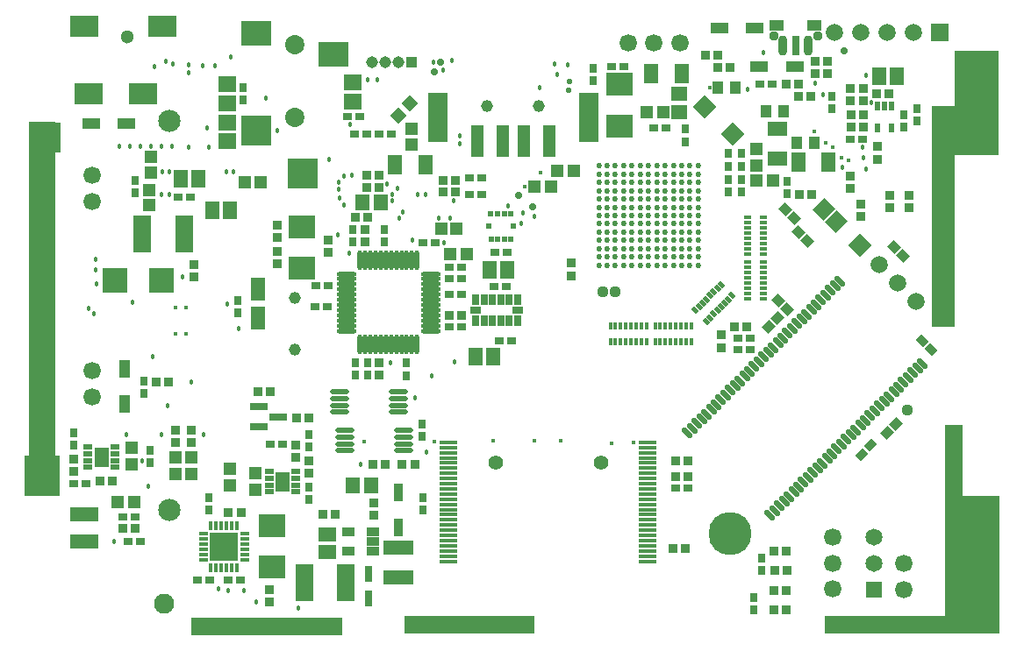
<source format=gts>
%FSLAX25Y25*%
%MOIN*%
G70*
G01*
G75*
G04 Layer_Color=8388736*
%ADD10C,0.00500*%
%ADD11C,0.03000*%
%ADD12C,0.02000*%
%ADD13C,0.01000*%
%ADD14C,0.00800*%
%ADD15C,0.01500*%
%ADD16C,0.00700*%
%ADD17C,0.01200*%
%ADD18C,0.05000*%
%ADD19C,0.02200*%
%ADD20C,0.00600*%
%ADD21C,0.01400*%
%ADD22C,0.01800*%
%ADD23C,0.04000*%
%ADD24C,0.02500*%
%ADD25R,0.02362X0.03150*%
%ADD26R,0.09055X0.09055*%
%ADD27R,0.06299X0.03347*%
%ADD28P,0.05568X4X180.0*%
%ADD29R,0.03937X0.04331*%
%ADD30R,0.03150X0.02362*%
%ADD31R,0.03150X0.02756*%
%ADD32R,0.05118X0.07087*%
%ADD33O,0.06693X0.01378*%
%ADD34R,0.02756X0.03150*%
%ADD35R,0.03937X0.03937*%
%ADD36R,0.10236X0.10236*%
%ADD37O,0.00984X0.03150*%
%ADD38O,0.03150X0.00984*%
%ADD39R,0.09449X0.07874*%
G04:AMPARAMS|DCode=40|XSize=23.62mil|YSize=31.5mil|CornerRadius=0mil|HoleSize=0mil|Usage=FLASHONLY|Rotation=135.000|XOffset=0mil|YOffset=0mil|HoleType=Round|Shape=Rectangle|*
%AMROTATEDRECTD40*
4,1,4,0.01949,0.00278,-0.00278,-0.01949,-0.01949,-0.00278,0.00278,0.01949,0.01949,0.00278,0.0*
%
%ADD40ROTATEDRECTD40*%

G04:AMPARAMS|DCode=41|XSize=23.62mil|YSize=31.5mil|CornerRadius=0mil|HoleSize=0mil|Usage=FLASHONLY|Rotation=225.000|XOffset=0mil|YOffset=0mil|HoleType=Round|Shape=Rectangle|*
%AMROTATEDRECTD41*
4,1,4,-0.00278,0.01949,0.01949,-0.00278,0.00278,-0.01949,-0.01949,0.00278,-0.00278,0.01949,0.0*
%
%ADD41ROTATEDRECTD41*%

%ADD42R,0.05512X0.07284*%
%ADD43R,0.02756X0.01496*%
G04:AMPARAMS|DCode=44|XSize=27.56mil|YSize=31.5mil|CornerRadius=0mil|HoleSize=0mil|Usage=FLASHONLY|Rotation=135.000|XOffset=0mil|YOffset=0mil|HoleType=Round|Shape=Rectangle|*
%AMROTATEDRECTD44*
4,1,4,0.02088,0.00139,-0.00139,-0.02088,-0.02088,-0.00139,0.00139,0.02088,0.02088,0.00139,0.0*
%
%ADD44ROTATEDRECTD44*%

%ADD45C,0.03800*%
G04:AMPARAMS|DCode=46|XSize=15.75mil|YSize=45.28mil|CornerRadius=0mil|HoleSize=0mil|Usage=FLASHONLY|Rotation=225.000|XOffset=0mil|YOffset=0mil|HoleType=Round|Shape=Round|*
%AMOVALD46*
21,1,0.02953,0.01575,0.00000,0.00000,315.0*
1,1,0.01575,-0.01044,0.01044*
1,1,0.01575,0.01044,-0.01044*
%
%ADD46OVALD46*%

G04:AMPARAMS|DCode=47|XSize=27.56mil|YSize=31.5mil|CornerRadius=0mil|HoleSize=0mil|Usage=FLASHONLY|Rotation=225.000|XOffset=0mil|YOffset=0mil|HoleType=Round|Shape=Rectangle|*
%AMROTATEDRECTD47*
4,1,4,-0.00139,0.02088,0.02088,-0.00139,0.00139,-0.02088,-0.02088,0.00139,-0.00139,0.02088,0.0*
%
%ADD47ROTATEDRECTD47*%

%ADD48R,0.01969X0.00984*%
G04:AMPARAMS|DCode=49|XSize=9.84mil|YSize=19.69mil|CornerRadius=0mil|HoleSize=0mil|Usage=FLASHONLY|Rotation=225.000|XOffset=0mil|YOffset=0mil|HoleType=Round|Shape=Rectangle|*
%AMROTATEDRECTD49*
4,1,4,-0.00348,0.01044,0.01044,-0.00348,0.00348,-0.01044,-0.01044,0.00348,-0.00348,0.01044,0.0*
%
%ADD49ROTATEDRECTD49*%

%ADD50R,0.00984X0.01969*%
G04:AMPARAMS|DCode=51|XSize=59.06mil|YSize=51.18mil|CornerRadius=0mil|HoleSize=0mil|Usage=FLASHONLY|Rotation=45.000|XOffset=0mil|YOffset=0mil|HoleType=Round|Shape=Rectangle|*
%AMROTATEDRECTD51*
4,1,4,-0.00278,-0.03897,-0.03897,-0.00278,0.00278,0.03897,0.03897,0.00278,-0.00278,-0.03897,0.0*
%
%ADD51ROTATEDRECTD51*%

%ADD52R,0.03543X0.03937*%
%ADD53R,0.03937X0.03937*%
%ADD54R,0.07087X0.05118*%
%ADD55R,0.05118X0.05906*%
%ADD56R,0.01378X0.02756*%
%ADD57R,0.05118X0.03543*%
%ADD58O,0.02953X0.07087*%
%ADD59R,0.02362X0.07087*%
G04:AMPARAMS|DCode=60|XSize=55.12mil|YSize=59.06mil|CornerRadius=0mil|HoleSize=0mil|Usage=FLASHONLY|Rotation=135.000|XOffset=0mil|YOffset=0mil|HoleType=Round|Shape=Rectangle|*
%AMROTATEDRECTD60*
4,1,4,0.04037,0.00139,-0.00139,-0.04037,-0.04037,-0.00139,0.00139,0.04037,0.04037,0.00139,0.0*
%
%ADD60ROTATEDRECTD60*%

%ADD61R,0.05512X0.04724*%
%ADD62C,0.01496*%
%ADD63R,0.01575X0.01378*%
%ADD64R,0.01378X0.01575*%
%ADD65R,0.04331X0.03937*%
%ADD66R,0.05906X0.05512*%
%ADD67O,0.01181X0.07087*%
%ADD68O,0.07087X0.01181*%
%ADD69R,0.04724X0.07874*%
%ADD70R,0.06299X0.01181*%
%ADD71R,0.03150X0.06299*%
%ADD72R,0.10630X0.05118*%
%ADD73R,0.06299X0.13386*%
%ADD74R,0.04331X0.02559*%
%ADD75R,0.05906X0.05118*%
%ADD76R,0.04724X0.05512*%
%ADD77R,0.05906X0.02362*%
%ADD78R,0.10000X0.05000*%
%ADD79R,0.03347X0.06299*%
%ADD80R,0.11024X0.08661*%
%ADD81R,0.11024X0.11024*%
%ADD82R,0.11024X0.11024*%
%ADD83R,0.10236X0.07874*%
%ADD84R,0.02362X0.03543*%
%ADD85R,0.03543X0.02362*%
%ADD86R,0.04400X0.11300*%
%ADD87R,0.07087X0.18110*%
%ADD88R,0.02165X0.05709*%
%ADD89R,0.10400X0.10600*%
%ADD90R,0.08500X0.10400*%
%ADD91R,0.08800X0.10500*%
%ADD92C,0.03937*%
%ADD93R,0.05906X0.05906*%
%ADD94C,0.05906*%
%ADD95C,0.06000*%
%ADD96C,0.07000*%
%ADD97C,0.07874*%
%ADD98C,0.08661*%
%ADD99C,0.07087*%
%ADD100R,0.05906X0.05906*%
%ADD101C,0.15748*%
%ADD102P,0.08352X4X360.0*%
%ADD103C,0.03150*%
%ADD104C,0.05000*%
%ADD105C,0.06693*%
%ADD106C,0.04724*%
%ADD107C,0.02000*%
%ADD108C,0.03000*%
%ADD109C,0.01800*%
%ADD110C,0.02500*%
%ADD111C,0.02598*%
%ADD112C,0.02300*%
%ADD113C,0.00787*%
%ADD114C,0.04400*%
%ADD115R,0.11600X0.03000*%
%ADD116R,0.02600X0.03000*%
%ADD117C,0.04359*%
%ADD118C,0.05816*%
%ADD119C,0.05343*%
%ADD120C,0.05300*%
%ADD121C,0.10068*%
%ADD122C,0.07706*%
%ADD123C,0.05343*%
%ADD124C,0.06524*%
%ADD125C,0.06800*%
%ADD126C,0.08493*%
%ADD127C,0.06918*%
%ADD128C,0.02800*%
%ADD129C,0.03300*%
%ADD130C,0.02600*%
%ADD131C,0.00400*%
%ADD132R,0.02700X0.03000*%
%ADD133R,0.11500X0.03000*%
%ADD134C,0.03099*%
%ADD135C,0.03099*%
%ADD136C,0.02400*%
%ADD137R,0.06693X0.08661*%
%ADD138R,0.18701X0.05000*%
%ADD139O,0.18701X0.05000*%
G04:AMPARAMS|DCode=140|XSize=59.06mil|YSize=51.18mil|CornerRadius=0mil|HoleSize=0mil|Usage=FLASHONLY|Rotation=315.000|XOffset=0mil|YOffset=0mil|HoleType=Round|Shape=Rectangle|*
%AMROTATEDRECTD140*
4,1,4,-0.03897,0.00278,-0.00278,0.03897,0.03897,-0.00278,0.00278,-0.03897,-0.03897,0.00278,0.0*
%
%ADD140ROTATEDRECTD140*%

%ADD141R,0.07874X0.05709*%
%ADD142R,0.05906X0.03150*%
%ADD143R,0.01654X0.01654*%
%ADD144R,0.03937X0.03150*%
%ADD145R,0.05118X0.07480*%
%ADD146R,0.18110X0.07087*%
%ADD147R,0.11300X0.04400*%
%ADD148O,0.01378X0.06693*%
%ADD149R,0.01575X0.01969*%
%ADD150R,0.03347X0.01575*%
%ADD151R,0.06299X0.03150*%
%ADD152R,0.01181X0.05118*%
%ADD153R,0.07087X0.08661*%
%ADD154R,0.07087X0.07874*%
%ADD155R,0.06299X0.11811*%
%ADD156R,0.11811X0.06299*%
%ADD157R,0.01969X0.09843*%
%ADD158R,0.06693X0.07874*%
%ADD159R,0.23700X0.08500*%
%ADD160R,0.52500X0.10600*%
%ADD161O,0.03937X0.09843*%
%ADD162R,0.03937X0.09843*%
%ADD163C,0.00984*%
%ADD164C,0.02362*%
%ADD165C,0.00394*%
%ADD166R,0.07874X0.04724*%
%ADD167R,0.08500X0.24000*%
%ADD168R,0.07500X0.28000*%
%ADD169R,0.07500X0.25200*%
%ADD170R,0.04921X0.01181*%
%ADD171R,0.04921X0.01378*%
%ADD172R,0.01378X0.01181*%
%ADD173R,0.01181X0.01378*%
%ADD174R,0.02264X0.03445*%
%ADD175R,0.03445X0.02264*%
%ADD176R,0.15200X0.14100*%
%ADD177R,0.09000X0.09500*%
%ADD178R,0.17795X0.13307*%
%ADD179R,0.09000X0.75100*%
%ADD180R,0.13200X0.15300*%
%ADD181R,0.10100X1.05300*%
%ADD182R,0.10100X0.23300*%
%ADD183R,0.12300X0.11600*%
%ADD184R,0.57800X0.07000*%
%ADD185R,0.49200X0.07000*%
%ADD186R,0.07000X0.79000*%
%ADD187R,0.18898X0.39764*%
%ADD188R,0.16929X0.26772*%
%ADD189R,0.02992X0.03780*%
%ADD190R,0.09685X0.09685*%
%ADD191R,0.06929X0.03976*%
%ADD192P,0.06459X4X180.0*%
%ADD193R,0.04567X0.04961*%
%ADD194R,0.03780X0.02992*%
%ADD195R,0.03780X0.03386*%
%ADD196R,0.05748X0.07717*%
%ADD197O,0.07323X0.02008*%
%ADD198R,0.03386X0.03780*%
%ADD199R,0.04567X0.04567*%
%ADD200R,0.10866X0.10866*%
%ADD201O,0.01614X0.03780*%
%ADD202O,0.03780X0.01614*%
%ADD203R,0.10079X0.08504*%
G04:AMPARAMS|DCode=204|XSize=29.92mil|YSize=37.8mil|CornerRadius=0mil|HoleSize=0mil|Usage=FLASHONLY|Rotation=135.000|XOffset=0mil|YOffset=0mil|HoleType=Round|Shape=Rectangle|*
%AMROTATEDRECTD204*
4,1,4,0.02394,0.00278,-0.00278,-0.02394,-0.02394,-0.00278,0.00278,0.02394,0.02394,0.00278,0.0*
%
%ADD204ROTATEDRECTD204*%

G04:AMPARAMS|DCode=205|XSize=29.92mil|YSize=37.8mil|CornerRadius=0mil|HoleSize=0mil|Usage=FLASHONLY|Rotation=225.000|XOffset=0mil|YOffset=0mil|HoleType=Round|Shape=Rectangle|*
%AMROTATEDRECTD205*
4,1,4,-0.00278,0.02394,0.02394,-0.00278,0.00278,-0.02394,-0.02394,0.00278,-0.00278,0.02394,0.0*
%
%ADD205ROTATEDRECTD205*%

%ADD206R,0.05669X0.07441*%
%ADD207R,0.03347X0.02087*%
G04:AMPARAMS|DCode=208|XSize=33.86mil|YSize=37.8mil|CornerRadius=0mil|HoleSize=0mil|Usage=FLASHONLY|Rotation=135.000|XOffset=0mil|YOffset=0mil|HoleType=Round|Shape=Rectangle|*
%AMROTATEDRECTD208*
4,1,4,0.02533,0.00139,-0.00139,-0.02533,-0.02533,-0.00139,0.00139,0.02533,0.02533,0.00139,0.0*
%
%ADD208ROTATEDRECTD208*%

%ADD209C,0.04430*%
G04:AMPARAMS|DCode=210|XSize=22.05mil|YSize=51.58mil|CornerRadius=0mil|HoleSize=0mil|Usage=FLASHONLY|Rotation=225.000|XOffset=0mil|YOffset=0mil|HoleType=Round|Shape=Round|*
%AMOVALD210*
21,1,0.02953,0.02205,0.00000,0.00000,315.0*
1,1,0.02205,-0.01044,0.01044*
1,1,0.02205,0.01044,-0.01044*
%
%ADD210OVALD210*%

G04:AMPARAMS|DCode=211|XSize=33.86mil|YSize=37.8mil|CornerRadius=0mil|HoleSize=0mil|Usage=FLASHONLY|Rotation=225.000|XOffset=0mil|YOffset=0mil|HoleType=Round|Shape=Rectangle|*
%AMROTATEDRECTD211*
4,1,4,-0.00139,0.02533,0.02533,-0.00139,0.00139,-0.02533,-0.02533,0.00139,-0.00139,0.02533,0.0*
%
%ADD211ROTATEDRECTD211*%

%ADD212R,0.02598X0.01614*%
G04:AMPARAMS|DCode=213|XSize=16.14mil|YSize=25.98mil|CornerRadius=0mil|HoleSize=0mil|Usage=FLASHONLY|Rotation=225.000|XOffset=0mil|YOffset=0mil|HoleType=Round|Shape=Rectangle|*
%AMROTATEDRECTD213*
4,1,4,-0.00348,0.01489,0.01489,-0.00348,0.00348,-0.01489,-0.01489,0.00348,-0.00348,0.01489,0.0*
%
%ADD213ROTATEDRECTD213*%

%ADD214R,0.01614X0.02598*%
G04:AMPARAMS|DCode=215|XSize=65.35mil|YSize=57.48mil|CornerRadius=0mil|HoleSize=0mil|Usage=FLASHONLY|Rotation=45.000|XOffset=0mil|YOffset=0mil|HoleType=Round|Shape=Rectangle|*
%AMROTATEDRECTD215*
4,1,4,-0.00278,-0.04343,-0.04343,-0.00278,0.00278,0.04343,0.04343,0.00278,-0.00278,-0.04343,0.0*
%
%ADD215ROTATEDRECTD215*%

%ADD216R,0.04173X0.04567*%
%ADD217R,0.04567X0.04567*%
%ADD218R,0.07717X0.05748*%
%ADD219R,0.05748X0.06535*%
%ADD220R,0.02008X0.03386*%
%ADD221R,0.05748X0.04173*%
%ADD222O,0.03583X0.07717*%
%ADD223R,0.02992X0.07717*%
G04:AMPARAMS|DCode=224|XSize=61.42mil|YSize=65.35mil|CornerRadius=0mil|HoleSize=0mil|Usage=FLASHONLY|Rotation=135.000|XOffset=0mil|YOffset=0mil|HoleType=Round|Shape=Rectangle|*
%AMROTATEDRECTD224*
4,1,4,0.04482,0.00139,-0.00139,-0.04482,-0.04482,-0.00139,0.00139,0.04482,0.04482,0.00139,0.0*
%
%ADD224ROTATEDRECTD224*%

%ADD225R,0.06142X0.05354*%
%ADD226C,0.02087*%
%ADD227R,0.02126X0.01929*%
%ADD228R,0.01929X0.02126*%
%ADD229R,0.04961X0.04567*%
%ADD230R,0.06535X0.06142*%
%ADD231O,0.01811X0.07717*%
%ADD232O,0.07717X0.01811*%
%ADD233R,0.05354X0.08504*%
%ADD234R,0.06929X0.01811*%
%ADD235R,0.03780X0.06929*%
%ADD236R,0.11260X0.05748*%
%ADD237R,0.06929X0.14016*%
%ADD238R,0.04961X0.03189*%
%ADD239R,0.06535X0.05748*%
%ADD240R,0.05354X0.06142*%
%ADD241R,0.06535X0.02992*%
%ADD242R,0.10630X0.05630*%
%ADD243R,0.03976X0.06929*%
%ADD244R,0.11654X0.09291*%
%ADD245R,0.11654X0.11654*%
%ADD246R,0.11654X0.11654*%
%ADD247R,0.10630X0.08268*%
%ADD248R,0.02756X0.03937*%
%ADD249R,0.03937X0.02756*%
%ADD250R,0.05030X0.11930*%
%ADD251R,0.07717X0.18740*%
%ADD252R,0.02795X0.06339*%
%ADD253C,0.04488*%
%ADD254R,0.04488X0.04488*%
%ADD255R,0.06457X0.06457*%
%ADD256C,0.06457*%
%ADD257C,0.06630*%
%ADD258C,0.07630*%
%ADD259C,0.08425*%
%ADD260C,0.09291*%
%ADD261C,0.07717*%
%ADD262R,0.06535X0.06535*%
%ADD263C,0.06535*%
%ADD264C,0.04567*%
%ADD265C,0.16378*%
%ADD266P,0.09242X4X360.0*%
%ADD267C,0.03780*%
%ADD268C,0.05591*%
%ADD269C,0.07323*%
%ADD270C,0.05118*%
%ADD271C,0.03228*%
%ADD272C,0.01600*%
%ADD273C,0.02100*%
D109*
X288600Y207100D02*
D03*
X285700Y211400D02*
D03*
X106700Y176200D02*
D03*
X104750Y173700D02*
D03*
X132600Y151750D02*
D03*
X142850Y160050D02*
D03*
X146900D02*
D03*
X41800Y218700D02*
D03*
X34700Y217800D02*
D03*
X52900Y218200D02*
D03*
X47600Y187000D02*
D03*
X47800Y218500D02*
D03*
Y215500D02*
D03*
X11536Y123764D02*
D03*
X9700Y125600D02*
D03*
X12700Y135200D02*
D03*
X115800Y212700D02*
D03*
X119500D02*
D03*
X26500Y128200D02*
D03*
X260100Y209200D02*
D03*
X144400Y216400D02*
D03*
X148400Y166700D02*
D03*
X12264Y144236D02*
D03*
X12300Y140500D02*
D03*
X57600Y218200D02*
D03*
X55200Y187100D02*
D03*
X48800Y97700D02*
D03*
X89400Y11600D02*
D03*
X140000Y100200D02*
D03*
X124280Y105020D02*
D03*
X37200Y77800D02*
D03*
X53300D02*
D03*
X38900Y219600D02*
D03*
X59100Y19100D02*
D03*
X68800Y18400D02*
D03*
X62638Y18462D02*
D03*
X133600Y91600D02*
D03*
X112900Y66500D02*
D03*
X305000Y214300D02*
D03*
X39700Y88700D02*
D03*
X29900Y67800D02*
D03*
X24100Y77600D02*
D03*
X144787Y150787D02*
D03*
X76900Y205800D02*
D03*
X41500Y187500D02*
D03*
X37500D02*
D03*
X33500D02*
D03*
X29500D02*
D03*
X25500D02*
D03*
X21500D02*
D03*
X307100Y203900D02*
D03*
X64700Y177700D02*
D03*
X62100D02*
D03*
X40500Y177600D02*
D03*
X40300Y168900D02*
D03*
X266100Y222973D02*
D03*
X173900Y158200D02*
D03*
X179000Y160800D02*
D03*
X138100Y70900D02*
D03*
X45300Y137800D02*
D03*
X66600Y118200D02*
D03*
X62300Y127400D02*
D03*
X34000Y107500D02*
D03*
X303800Y187000D02*
D03*
X63600Y221500D02*
D03*
X81477Y193323D02*
D03*
X169100Y164800D02*
D03*
X304100Y183100D02*
D03*
X304910Y178810D02*
D03*
X180900Y209600D02*
D03*
X295900Y179500D02*
D03*
X123100Y173000D02*
D03*
X127000Y171300D02*
D03*
X127700Y160100D02*
D03*
X106700Y165200D02*
D03*
X109800Y176300D02*
D03*
X124900Y169100D02*
D03*
Y166600D02*
D03*
X129000Y162300D02*
D03*
X137800Y169100D02*
D03*
X134800Y168900D02*
D03*
X104900Y167800D02*
D03*
X104700Y170900D02*
D03*
X150700Y188300D02*
D03*
X150816Y191384D02*
D03*
X140762Y219262D02*
D03*
X147600Y220000D02*
D03*
X108600Y146700D02*
D03*
X100900Y182300D02*
D03*
X174800Y162200D02*
D03*
X104400Y153700D02*
D03*
X186700Y218800D02*
D03*
X191700Y218500D02*
D03*
X187600Y214600D02*
D03*
X108900Y195600D02*
D03*
X37300Y168900D02*
D03*
X37700Y177600D02*
D03*
X73238Y14038D02*
D03*
X148800Y105500D02*
D03*
X32400Y57900D02*
D03*
X54700Y194400D02*
D03*
X19500Y36900D02*
D03*
D112*
X192200Y212000D02*
D03*
X192100Y208800D02*
D03*
D128*
X143500Y219400D02*
D03*
X178500Y164500D02*
D03*
X172900Y168700D02*
D03*
X141100Y215600D02*
D03*
X296850Y223622D02*
D03*
D176*
X348100Y47250D02*
D03*
D177*
X334500Y123250D02*
D03*
D178*
X346575Y190709D02*
D03*
D179*
X334500Y165450D02*
D03*
D180*
X-8100Y62050D02*
D03*
D181*
X-8050Y120650D02*
D03*
D182*
Y184950D02*
D03*
D183*
X-6950Y190800D02*
D03*
D184*
X77200Y4800D02*
D03*
D185*
X154400Y5500D02*
D03*
X314100Y5300D02*
D03*
D186*
X338400Y41900D02*
D03*
D187*
X346457Y21850D02*
D03*
D188*
X347047Y210236D02*
D03*
D189*
X292000Y201638D02*
D03*
Y206362D02*
D03*
X55500Y49138D02*
D03*
Y53862D02*
D03*
X93500Y77862D02*
D03*
Y73138D02*
D03*
Y53138D02*
D03*
Y57862D02*
D03*
X274902Y174153D02*
D03*
Y169429D02*
D03*
X257776Y179862D02*
D03*
Y184587D02*
D03*
X252658Y179862D02*
D03*
Y184587D02*
D03*
X257776Y174744D02*
D03*
Y170020D02*
D03*
X252658Y174744D02*
D03*
Y170020D02*
D03*
X319500Y199362D02*
D03*
Y194638D02*
D03*
X324500Y201762D02*
D03*
Y197038D02*
D03*
X236516Y193937D02*
D03*
Y189213D02*
D03*
X122146Y155807D02*
D03*
Y151083D02*
D03*
X109941Y155807D02*
D03*
Y151083D02*
D03*
X66500Y124138D02*
D03*
Y128862D02*
D03*
X136811Y53740D02*
D03*
Y49016D02*
D03*
X136500Y77038D02*
D03*
Y81762D02*
D03*
X33000Y67138D02*
D03*
Y71862D02*
D03*
X4000Y73638D02*
D03*
Y78362D02*
D03*
X30600Y93338D02*
D03*
Y98062D02*
D03*
X68400Y209662D02*
D03*
Y204938D02*
D03*
X130512Y100197D02*
D03*
Y104921D02*
D03*
X115551Y100295D02*
D03*
Y105020D02*
D03*
X111122Y100295D02*
D03*
Y105020D02*
D03*
X262300Y15862D02*
D03*
Y11138D02*
D03*
X265500Y30862D02*
D03*
Y26138D02*
D03*
X201500Y212438D02*
D03*
Y217162D02*
D03*
X27300Y174462D02*
D03*
Y169738D02*
D03*
D190*
X19642Y136500D02*
D03*
X37358D02*
D03*
D191*
X249307Y232500D02*
D03*
X262693D02*
D03*
X277893Y217600D02*
D03*
X264507D02*
D03*
X24193Y196000D02*
D03*
X10807D02*
D03*
D192*
X131827Y203627D02*
D03*
X127373Y199173D02*
D03*
D193*
X132200Y193953D02*
D03*
Y188047D02*
D03*
X33300Y183453D02*
D03*
Y177547D02*
D03*
X32600Y170853D02*
D03*
Y164947D02*
D03*
D194*
X120038Y192200D02*
D03*
X124762D02*
D03*
X115362D02*
D03*
X110638D02*
D03*
X159062Y175500D02*
D03*
X154338D02*
D03*
X158962Y169000D02*
D03*
X154238D02*
D03*
X62638Y22400D02*
D03*
X67362D02*
D03*
X50938D02*
D03*
X55662D02*
D03*
X78638Y74000D02*
D03*
X83362D02*
D03*
X232776Y57284D02*
D03*
X237500D02*
D03*
X256201Y110079D02*
D03*
X260925D02*
D03*
X256201Y114409D02*
D03*
X260925D02*
D03*
X299138Y190000D02*
D03*
X303862D02*
D03*
X264638Y210900D02*
D03*
X269362D02*
D03*
X224311Y194331D02*
D03*
X229035D02*
D03*
X151378Y141437D02*
D03*
X146653D02*
D03*
X151378Y137106D02*
D03*
X146653D02*
D03*
X151378Y118602D02*
D03*
X146653D02*
D03*
X151378Y130905D02*
D03*
X146653D02*
D03*
X168862Y147000D02*
D03*
X164138D02*
D03*
X107938Y198600D02*
D03*
X112662D02*
D03*
X136614Y150787D02*
D03*
X141339D02*
D03*
X95866Y134252D02*
D03*
X100591D02*
D03*
X95768Y126476D02*
D03*
X100492D02*
D03*
X29465Y37008D02*
D03*
X24741D02*
D03*
X27362Y46500D02*
D03*
X22638D02*
D03*
X4138Y59000D02*
D03*
X8862D02*
D03*
X43638Y168000D02*
D03*
X48362D02*
D03*
X165738Y113400D02*
D03*
X170462D02*
D03*
X168362Y134000D02*
D03*
X163638D02*
D03*
X208238Y217600D02*
D03*
X212962D02*
D03*
D195*
X144438Y174500D02*
D03*
X149162D02*
D03*
X144438Y170200D02*
D03*
X149162D02*
D03*
X62838Y48200D02*
D03*
X67562D02*
D03*
X231638Y34500D02*
D03*
X236362D02*
D03*
X237500Y61811D02*
D03*
X232776D02*
D03*
X232738Y67618D02*
D03*
X237463D02*
D03*
X255020Y118740D02*
D03*
X259744D02*
D03*
X279626Y169035D02*
D03*
X284350D02*
D03*
X313862Y207500D02*
D03*
X309138D02*
D03*
X283962Y206400D02*
D03*
X279238D02*
D03*
X279262Y210900D02*
D03*
X274538D02*
D03*
X248738Y217500D02*
D03*
X253462D02*
D03*
X244138Y222000D02*
D03*
X248862D02*
D03*
X151378Y123130D02*
D03*
X146653D02*
D03*
X128838Y66500D02*
D03*
X133562D02*
D03*
X98638Y47500D02*
D03*
X103362D02*
D03*
X117638Y66500D02*
D03*
X122362D02*
D03*
X88638Y84000D02*
D03*
X93362D02*
D03*
X74138Y94200D02*
D03*
X78862D02*
D03*
X27362Y42000D02*
D03*
X22638D02*
D03*
X18862Y60000D02*
D03*
X14138D02*
D03*
X40162Y97800D02*
D03*
X35438D02*
D03*
X274762Y11000D02*
D03*
X270038D02*
D03*
X274762Y18300D02*
D03*
X270038D02*
D03*
X270238Y26000D02*
D03*
X274962D02*
D03*
X274862Y33300D02*
D03*
X270138D02*
D03*
X115762Y160300D02*
D03*
X111038D02*
D03*
D196*
X126191Y180300D02*
D03*
X137609D02*
D03*
X290846Y181240D02*
D03*
X279429D02*
D03*
X223491Y215200D02*
D03*
X234909D02*
D03*
D197*
X105079Y93939D02*
D03*
Y91379D02*
D03*
Y88820D02*
D03*
Y86261D02*
D03*
X127521Y93939D02*
D03*
Y91379D02*
D03*
Y88820D02*
D03*
Y86261D02*
D03*
X106980Y79339D02*
D03*
Y76780D02*
D03*
Y74221D02*
D03*
Y71661D02*
D03*
X129420Y79339D02*
D03*
Y76780D02*
D03*
Y74221D02*
D03*
Y71661D02*
D03*
D198*
X48600Y74638D02*
D03*
Y79362D02*
D03*
X42600Y74638D02*
D03*
Y79362D02*
D03*
X93500Y63138D02*
D03*
Y67862D02*
D03*
X88500Y69138D02*
D03*
Y73862D02*
D03*
X249902Y110866D02*
D03*
Y115591D02*
D03*
X193110Y138189D02*
D03*
Y142913D02*
D03*
X303000Y160638D02*
D03*
Y165362D02*
D03*
X299000Y209362D02*
D03*
Y204638D02*
D03*
X304000Y204638D02*
D03*
Y209362D02*
D03*
X304100Y199462D02*
D03*
Y194738D02*
D03*
X299400Y194738D02*
D03*
Y199462D02*
D03*
X290400Y219762D02*
D03*
Y215038D02*
D03*
X285700Y219762D02*
D03*
Y215038D02*
D03*
X114567Y155807D02*
D03*
Y151083D02*
D03*
X100689Y147047D02*
D03*
Y151772D02*
D03*
X81299Y142717D02*
D03*
Y147441D02*
D03*
X81299Y157382D02*
D03*
Y152657D02*
D03*
X118000Y47138D02*
D03*
Y51862D02*
D03*
X4000Y68362D02*
D03*
Y63638D02*
D03*
X49800Y137638D02*
D03*
Y142362D02*
D03*
X120079Y105020D02*
D03*
Y100295D02*
D03*
X314000Y168762D02*
D03*
Y164038D02*
D03*
X321200Y168762D02*
D03*
Y164038D02*
D03*
X299000Y175962D02*
D03*
Y171238D02*
D03*
X309300Y182538D02*
D03*
Y187262D02*
D03*
X119900Y171638D02*
D03*
Y176362D02*
D03*
X115500Y171638D02*
D03*
Y176362D02*
D03*
X78300Y18762D02*
D03*
Y14038D02*
D03*
D199*
X42700Y69150D02*
D03*
Y62850D02*
D03*
X48600Y69150D02*
D03*
Y62850D02*
D03*
X63500Y64650D02*
D03*
Y58350D02*
D03*
X73000Y63150D02*
D03*
Y56850D02*
D03*
X263484Y180157D02*
D03*
Y186457D02*
D03*
X26000Y72650D02*
D03*
Y66350D02*
D03*
D200*
X61100Y35100D02*
D03*
D201*
X56179Y42974D02*
D03*
X58147D02*
D03*
X60116D02*
D03*
X62084D02*
D03*
X64053D02*
D03*
X66021D02*
D03*
Y27226D02*
D03*
X64053D02*
D03*
X62084D02*
D03*
X60116D02*
D03*
X58147D02*
D03*
X56179D02*
D03*
D202*
X68974Y40021D02*
D03*
Y38053D02*
D03*
Y36084D02*
D03*
Y34116D02*
D03*
Y32147D02*
D03*
Y30179D02*
D03*
X53226D02*
D03*
Y32147D02*
D03*
Y34116D02*
D03*
Y36084D02*
D03*
Y38053D02*
D03*
Y40021D02*
D03*
D203*
X79400Y43000D02*
D03*
Y27252D02*
D03*
X211500Y210900D02*
D03*
Y195152D02*
D03*
X90847Y156693D02*
D03*
Y140945D02*
D03*
D204*
X306670Y73570D02*
D03*
X303330Y70230D02*
D03*
D205*
X326230Y113470D02*
D03*
X329570Y110130D02*
D03*
D206*
X83382Y59839D02*
D03*
X14618Y69161D02*
D03*
D207*
X78264Y63677D02*
D03*
Y61118D02*
D03*
Y58559D02*
D03*
Y56000D02*
D03*
X88500Y63677D02*
D03*
Y61118D02*
D03*
Y58559D02*
D03*
Y56000D02*
D03*
X9500Y73000D02*
D03*
Y70441D02*
D03*
Y67882D02*
D03*
Y65323D02*
D03*
X19736Y73000D02*
D03*
Y70441D02*
D03*
Y67882D02*
D03*
Y65323D02*
D03*
D208*
X313192Y78487D02*
D03*
X316532Y81828D02*
D03*
X271257Y121985D02*
D03*
X267916Y118645D02*
D03*
D209*
X320700Y87200D02*
D03*
X209800Y131900D02*
D03*
X204900D02*
D03*
D210*
X268498Y46963D02*
D03*
X270308Y48773D02*
D03*
X272117Y50582D02*
D03*
X273927Y52392D02*
D03*
X275736Y54201D02*
D03*
X277546Y56011D02*
D03*
X279355Y57820D02*
D03*
X281165Y59630D02*
D03*
X282975Y61439D02*
D03*
X284784Y63249D02*
D03*
X286594Y65058D02*
D03*
X288403Y66868D02*
D03*
X290213Y68677D02*
D03*
X292022Y70487D02*
D03*
X293832Y72296D02*
D03*
X295641Y74106D02*
D03*
X297451Y75915D02*
D03*
X299260Y77725D02*
D03*
X301070Y79535D02*
D03*
X302879Y81344D02*
D03*
X304689Y83153D02*
D03*
X306498Y84963D02*
D03*
X308308Y86773D02*
D03*
X310117Y88582D02*
D03*
X311927Y90392D02*
D03*
X313736Y92201D02*
D03*
X315546Y94011D02*
D03*
X317355Y95820D02*
D03*
X319165Y97630D02*
D03*
X320974Y99439D02*
D03*
X322784Y101249D02*
D03*
X324594Y103058D02*
D03*
X326403Y104868D02*
D03*
X237180Y78282D02*
D03*
X238989Y80091D02*
D03*
X240799Y81901D02*
D03*
X242608Y83710D02*
D03*
X244418Y85520D02*
D03*
X246227Y87329D02*
D03*
X248037Y89139D02*
D03*
X249846Y90948D02*
D03*
X251656Y92758D02*
D03*
X253465Y94568D02*
D03*
X255275Y96377D02*
D03*
X257084Y98186D02*
D03*
X258894Y99996D02*
D03*
X260703Y101806D02*
D03*
X262513Y103615D02*
D03*
X264322Y105425D02*
D03*
X266132Y107234D02*
D03*
X267941Y109044D02*
D03*
X269751Y110853D02*
D03*
X271561Y112663D02*
D03*
X273370Y114472D02*
D03*
X275180Y116282D02*
D03*
X276989Y118091D02*
D03*
X278799Y119901D02*
D03*
X280608Y121710D02*
D03*
X282418Y123520D02*
D03*
X284227Y125329D02*
D03*
X286037Y127139D02*
D03*
X287846Y128948D02*
D03*
X289656Y130758D02*
D03*
X291465Y132568D02*
D03*
X293275Y134377D02*
D03*
X295084Y136187D02*
D03*
D211*
X275194Y125338D02*
D03*
X271853Y128678D02*
D03*
X282674Y151322D02*
D03*
X279334Y154662D02*
D03*
X277556Y159983D02*
D03*
X274216Y163324D02*
D03*
X315830Y149170D02*
D03*
X319170Y145830D02*
D03*
D212*
X260005Y129484D02*
D03*
Y131453D02*
D03*
Y133421D02*
D03*
Y135390D02*
D03*
Y137358D02*
D03*
Y139327D02*
D03*
Y141295D02*
D03*
Y143264D02*
D03*
X265910D02*
D03*
Y141295D02*
D03*
Y139327D02*
D03*
Y137358D02*
D03*
Y135390D02*
D03*
Y133421D02*
D03*
Y131453D02*
D03*
Y129484D02*
D03*
X260005Y146484D02*
D03*
Y148453D02*
D03*
Y150421D02*
D03*
Y152390D02*
D03*
Y154358D02*
D03*
Y156327D02*
D03*
Y158295D02*
D03*
Y160264D02*
D03*
X265910D02*
D03*
Y158295D02*
D03*
Y156327D02*
D03*
Y154358D02*
D03*
Y152390D02*
D03*
Y150421D02*
D03*
Y148453D02*
D03*
Y146484D02*
D03*
D213*
X240186Y125011D02*
D03*
X241578Y126403D02*
D03*
X242970Y127795D02*
D03*
X244362Y129187D02*
D03*
X245754Y130579D02*
D03*
X247146Y131971D02*
D03*
X248538Y133363D02*
D03*
X249930Y134755D02*
D03*
X254105Y130579D02*
D03*
X252713Y129187D02*
D03*
X251322Y127795D02*
D03*
X249930Y126403D02*
D03*
X248538Y125011D02*
D03*
X247146Y123619D02*
D03*
X245754Y122228D02*
D03*
X244362Y120835D02*
D03*
D214*
X224893Y118976D02*
D03*
X226861D02*
D03*
X228830D02*
D03*
X230798D02*
D03*
X232767D02*
D03*
X234735D02*
D03*
X236704D02*
D03*
X238672D02*
D03*
Y113070D02*
D03*
X236704D02*
D03*
X234735D02*
D03*
X232767D02*
D03*
X230798D02*
D03*
X228830D02*
D03*
X226861D02*
D03*
X224893D02*
D03*
X207893Y118976D02*
D03*
X209861D02*
D03*
X211830D02*
D03*
X213798D02*
D03*
X215767D02*
D03*
X217735D02*
D03*
X219704D02*
D03*
X221672D02*
D03*
Y113070D02*
D03*
X219704D02*
D03*
X217735D02*
D03*
X215767D02*
D03*
X213798D02*
D03*
X211830D02*
D03*
X209861D02*
D03*
X207893D02*
D03*
D215*
X288874Y163429D02*
D03*
X293606Y158697D02*
D03*
D216*
X285335Y188819D02*
D03*
X278642D02*
D03*
X267028Y200630D02*
D03*
X273721D02*
D03*
X255512Y209784D02*
D03*
X248819D02*
D03*
D217*
X263484Y174252D02*
D03*
X269783D02*
D03*
X221650Y200400D02*
D03*
X227950D02*
D03*
X193950Y178100D02*
D03*
X187650D02*
D03*
X185250Y172000D02*
D03*
X178950D02*
D03*
X147146Y146555D02*
D03*
X153445D02*
D03*
X20850Y52000D02*
D03*
X27150D02*
D03*
D218*
X271358Y182618D02*
D03*
Y194035D02*
D03*
D219*
X316846Y214000D02*
D03*
X310154D02*
D03*
X162153Y140500D02*
D03*
X168846D02*
D03*
X56753Y163000D02*
D03*
X63446D02*
D03*
X51346Y175000D02*
D03*
X44653D02*
D03*
X163347Y107400D02*
D03*
X156653D02*
D03*
D220*
X314559Y202634D02*
D03*
X312000D02*
D03*
X309441D02*
D03*
Y194366D02*
D03*
X314559D02*
D03*
D221*
X270965Y233477D02*
D03*
X285531D02*
D03*
D222*
X283071Y225800D02*
D03*
X273425D02*
D03*
D223*
X278248D02*
D03*
D224*
X243653Y202547D02*
D03*
X254232Y191969D02*
D03*
D225*
X234154Y207323D02*
D03*
Y200236D02*
D03*
D226*
X203543Y179961D02*
D03*
X206693D02*
D03*
X209842D02*
D03*
X212992D02*
D03*
X216142D02*
D03*
X219291D02*
D03*
X222441D02*
D03*
X225591D02*
D03*
X228740D02*
D03*
X231890D02*
D03*
X235039D02*
D03*
X238189D02*
D03*
X241339D02*
D03*
X203543Y176811D02*
D03*
X206693D02*
D03*
X209842D02*
D03*
X212992D02*
D03*
X216142D02*
D03*
X219291D02*
D03*
X222441D02*
D03*
X225591D02*
D03*
X228740D02*
D03*
X231890D02*
D03*
X235039D02*
D03*
X238189D02*
D03*
X241339D02*
D03*
X203543Y173661D02*
D03*
X206693D02*
D03*
X209842D02*
D03*
X212992D02*
D03*
X216142D02*
D03*
X219291D02*
D03*
X222441D02*
D03*
X225591D02*
D03*
X228740D02*
D03*
X231890D02*
D03*
X235039D02*
D03*
X238189D02*
D03*
X241339D02*
D03*
X203543Y170512D02*
D03*
X206693D02*
D03*
X209842D02*
D03*
X212992D02*
D03*
X216142D02*
D03*
X219291D02*
D03*
X222441D02*
D03*
X225591D02*
D03*
X228740D02*
D03*
X231890D02*
D03*
X235039D02*
D03*
X238189D02*
D03*
X241339D02*
D03*
X203543Y167362D02*
D03*
X206693D02*
D03*
X209842D02*
D03*
X212992D02*
D03*
X216142D02*
D03*
X219291D02*
D03*
X222441D02*
D03*
X225591D02*
D03*
X228740D02*
D03*
X231890D02*
D03*
X235039D02*
D03*
X238189D02*
D03*
X241339D02*
D03*
X203543Y164213D02*
D03*
X206693D02*
D03*
X209842D02*
D03*
X212992D02*
D03*
X216142D02*
D03*
X219291D02*
D03*
X222441D02*
D03*
X225591D02*
D03*
X228740D02*
D03*
X231890D02*
D03*
X235039D02*
D03*
X238189D02*
D03*
X241339D02*
D03*
X203543Y161063D02*
D03*
X206693D02*
D03*
X209842D02*
D03*
X212992D02*
D03*
X216142D02*
D03*
X219291D02*
D03*
X222441D02*
D03*
X225591D02*
D03*
X228740D02*
D03*
X231890D02*
D03*
X235039D02*
D03*
X238189D02*
D03*
X241339D02*
D03*
X203543Y157913D02*
D03*
X206693D02*
D03*
X209842D02*
D03*
X212992D02*
D03*
X216142D02*
D03*
X219291D02*
D03*
X222441D02*
D03*
X225591D02*
D03*
X228740D02*
D03*
X231890D02*
D03*
X235039D02*
D03*
X238189D02*
D03*
X241339D02*
D03*
X203543Y154764D02*
D03*
X206693D02*
D03*
X209842D02*
D03*
X212992D02*
D03*
X216142D02*
D03*
X219291D02*
D03*
X222441D02*
D03*
X225591D02*
D03*
X228740D02*
D03*
X231890D02*
D03*
X235039D02*
D03*
X238189D02*
D03*
X241339D02*
D03*
X203543Y151614D02*
D03*
X206693D02*
D03*
X209842D02*
D03*
X212992D02*
D03*
X216142D02*
D03*
X219291D02*
D03*
X222441D02*
D03*
X225591D02*
D03*
X228740D02*
D03*
X231890D02*
D03*
X235039D02*
D03*
X238189D02*
D03*
X241339D02*
D03*
X203543Y148465D02*
D03*
X206693D02*
D03*
X209842D02*
D03*
X212992D02*
D03*
X216142D02*
D03*
X219291D02*
D03*
X222441D02*
D03*
X225591D02*
D03*
X228740D02*
D03*
X231890D02*
D03*
X235039D02*
D03*
X238189D02*
D03*
X241339D02*
D03*
X203543Y145315D02*
D03*
X206693D02*
D03*
X209842D02*
D03*
X212992D02*
D03*
X216142D02*
D03*
X219291D02*
D03*
X222441D02*
D03*
X225591D02*
D03*
X228740D02*
D03*
X231890D02*
D03*
X235039D02*
D03*
X238189D02*
D03*
X241339D02*
D03*
X203543Y142165D02*
D03*
X206693D02*
D03*
X209842D02*
D03*
X212992D02*
D03*
X216142D02*
D03*
X219291D02*
D03*
X222441D02*
D03*
X225591D02*
D03*
X228740D02*
D03*
X231890D02*
D03*
X235039D02*
D03*
X238189D02*
D03*
X241339D02*
D03*
D227*
X161614Y156921D02*
D03*
X171063D02*
D03*
D228*
X162500Y161646D02*
D03*
X165059D02*
D03*
X167618D02*
D03*
X170177D02*
D03*
Y152197D02*
D03*
X167618D02*
D03*
X165059D02*
D03*
X162598D02*
D03*
D229*
X149453Y156000D02*
D03*
X143547D02*
D03*
X75053Y173800D02*
D03*
X69147D02*
D03*
D230*
X110100Y204557D02*
D03*
Y211643D02*
D03*
X62200Y203857D02*
D03*
Y210943D02*
D03*
Y196343D02*
D03*
Y189257D02*
D03*
D231*
X134449Y143996D02*
D03*
X132480D02*
D03*
X130512D02*
D03*
X128543D02*
D03*
X126575D02*
D03*
X124606D02*
D03*
X122638D02*
D03*
X120669D02*
D03*
X118701D02*
D03*
X116732D02*
D03*
X114764D02*
D03*
X112795D02*
D03*
Y112106D02*
D03*
X114764D02*
D03*
X116732D02*
D03*
X118701D02*
D03*
X120669D02*
D03*
X122638D02*
D03*
X124606D02*
D03*
X126575D02*
D03*
X128543D02*
D03*
X130512D02*
D03*
X132480D02*
D03*
X134449D02*
D03*
D232*
X107677Y138878D02*
D03*
Y136909D02*
D03*
Y134941D02*
D03*
Y132972D02*
D03*
Y131004D02*
D03*
Y129035D02*
D03*
Y127067D02*
D03*
Y125098D02*
D03*
Y123130D02*
D03*
Y121161D02*
D03*
Y119193D02*
D03*
Y117224D02*
D03*
X139567D02*
D03*
Y119193D02*
D03*
Y121161D02*
D03*
Y123130D02*
D03*
Y125098D02*
D03*
Y127067D02*
D03*
Y129035D02*
D03*
Y131004D02*
D03*
Y132972D02*
D03*
Y134941D02*
D03*
Y136909D02*
D03*
Y138878D02*
D03*
D233*
X74000Y121988D02*
D03*
Y133012D02*
D03*
D234*
X222047Y29528D02*
D03*
Y31496D02*
D03*
Y33465D02*
D03*
Y35433D02*
D03*
Y37402D02*
D03*
Y39370D02*
D03*
Y41339D02*
D03*
Y43307D02*
D03*
Y45276D02*
D03*
Y47244D02*
D03*
Y49213D02*
D03*
Y51181D02*
D03*
Y53150D02*
D03*
Y55118D02*
D03*
Y57087D02*
D03*
Y59055D02*
D03*
Y61024D02*
D03*
Y62992D02*
D03*
Y64961D02*
D03*
Y66929D02*
D03*
Y68898D02*
D03*
Y70866D02*
D03*
Y72835D02*
D03*
Y74803D02*
D03*
X146457Y29528D02*
D03*
Y31496D02*
D03*
Y33465D02*
D03*
Y35433D02*
D03*
Y37402D02*
D03*
Y39370D02*
D03*
Y41339D02*
D03*
Y43307D02*
D03*
Y45276D02*
D03*
Y47244D02*
D03*
Y49213D02*
D03*
Y51181D02*
D03*
Y53150D02*
D03*
Y55118D02*
D03*
Y57087D02*
D03*
Y59055D02*
D03*
Y61024D02*
D03*
Y62992D02*
D03*
Y64961D02*
D03*
Y66929D02*
D03*
Y68898D02*
D03*
Y70866D02*
D03*
Y72835D02*
D03*
Y74803D02*
D03*
D235*
X127500Y55693D02*
D03*
Y42307D02*
D03*
D236*
Y23291D02*
D03*
Y34709D02*
D03*
D237*
X91626Y21500D02*
D03*
X107374D02*
D03*
X30126Y154000D02*
D03*
X45874D02*
D03*
D238*
X117724Y33260D02*
D03*
Y37000D02*
D03*
Y40740D02*
D03*
X108276D02*
D03*
Y33260D02*
D03*
D239*
X100500Y33154D02*
D03*
Y39847D02*
D03*
D240*
X109957Y58500D02*
D03*
X117043D02*
D03*
X120643Y165900D02*
D03*
X113557D02*
D03*
D241*
X74260Y88240D02*
D03*
Y80760D02*
D03*
X81740Y84500D02*
D03*
D242*
X8000Y37000D02*
D03*
Y47500D02*
D03*
D243*
X23200Y102893D02*
D03*
Y89507D02*
D03*
D244*
X102567Y222457D02*
D03*
X73433Y230331D02*
D03*
D245*
Y193323D02*
D03*
D246*
X90953Y177181D02*
D03*
D247*
X7874Y233071D02*
D03*
X37795D02*
D03*
X9843Y207480D02*
D03*
X30315D02*
D03*
D248*
X156800Y121100D02*
D03*
X159950D02*
D03*
X163099D02*
D03*
X166249D02*
D03*
X169398D02*
D03*
X172548D02*
D03*
Y128974D02*
D03*
X169398D02*
D03*
X166249D02*
D03*
X163099D02*
D03*
X159950D02*
D03*
X156800D02*
D03*
D249*
X172548Y125037D02*
D03*
X156800D02*
D03*
D250*
X184750Y189298D02*
D03*
X174950D02*
D03*
X167050D02*
D03*
X157250D02*
D03*
D251*
X142232Y198524D02*
D03*
X199713D02*
D03*
D252*
X116000Y24626D02*
D03*
Y15374D02*
D03*
D253*
X117200Y219267D02*
D03*
X122200D02*
D03*
X127200D02*
D03*
D254*
X132200D02*
D03*
D255*
X308188Y18700D02*
D03*
D256*
Y28700D02*
D03*
Y38700D02*
D03*
D257*
X319500Y18857D02*
D03*
Y28700D02*
D03*
X292500Y38685D02*
D03*
Y19000D02*
D03*
Y28842D02*
D03*
X11024Y101969D02*
D03*
Y92126D02*
D03*
Y176378D02*
D03*
Y166535D02*
D03*
X214567Y226772D02*
D03*
X234252D02*
D03*
X224410D02*
D03*
D258*
X38500Y13500D02*
D03*
D259*
X40512Y197071D02*
D03*
Y49071D02*
D03*
D260*
X349134Y47441D02*
D03*
X-7953Y60827D02*
D03*
X349134Y190748D02*
D03*
D261*
X-7953D02*
D03*
D262*
X333071Y230709D02*
D03*
D263*
X323071D02*
D03*
X313071D02*
D03*
X303071D02*
D03*
X293071D02*
D03*
X324067Y128393D02*
D03*
X316997Y135464D02*
D03*
X309925Y142535D02*
D03*
D264*
X88189Y129661D02*
D03*
Y109976D02*
D03*
X161158Y202854D02*
D03*
X180842D02*
D03*
D265*
X253500Y40100D02*
D03*
D266*
X302854Y149606D02*
D03*
D267*
X286614Y229343D02*
D03*
X269882D02*
D03*
D268*
X164252Y66929D02*
D03*
X204252D02*
D03*
D269*
X88000Y226000D02*
D03*
Y198441D02*
D03*
D270*
X24409Y229134D02*
D03*
D271*
X63462Y32738D02*
D03*
X58738D02*
D03*
X63462Y37462D02*
D03*
X58738D02*
D03*
D272*
X141000Y75200D02*
D03*
X298400Y182000D02*
D03*
X295768Y183209D02*
D03*
X292520Y186949D02*
D03*
X289567Y188819D02*
D03*
X285335Y193051D02*
D03*
X245768Y209784D02*
D03*
X114200Y75200D02*
D03*
X216831Y74610D02*
D03*
X208366Y74410D02*
D03*
X189075Y75295D02*
D03*
X179137Y75299D02*
D03*
X163389Y75390D02*
D03*
X46800Y116200D02*
D03*
X42700D02*
D03*
X46800Y126200D02*
D03*
X42700D02*
D03*
X175200Y172100D02*
D03*
X181500Y177500D02*
D03*
D273*
X81807Y62299D02*
D03*
X84957D02*
D03*
Y57378D02*
D03*
X81807D02*
D03*
X83382Y59839D02*
D03*
X14618Y69161D02*
D03*
X16193Y71622D02*
D03*
X13043D02*
D03*
Y66701D02*
D03*
X16193D02*
D03*
M02*

</source>
